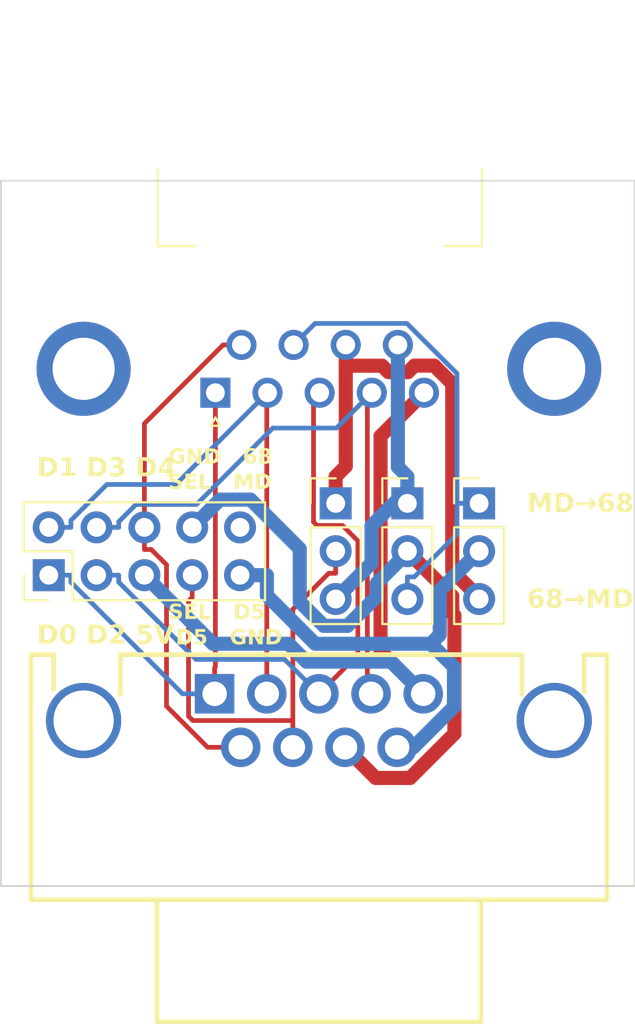
<source format=kicad_pcb>
(kicad_pcb (version 20221018) (generator pcbnew)
  (layers (0 "F.Cu" signal) (31 "B.Cu" signal) (34 "B.Paste" user) (35 "F.Paste" user) (36 "B.SilkS" user "B.Silkscreen") (37 "F.SilkS" user "F.Silkscreen") (38 "B.Mask" user) (39 "F.Mask" user) (44 "Edge.Cuts" user))
  (net 0 "")
  (net 1 "/C1")
  (net 2 "/C2")
  (net 3 "/C3")
  (net 4 "/C4")
  (net 5 "/C5")
  (net 6 "/C6")
  (net 7 "/I7")
  (net 8 "/I8")
  (net 9 "/I9")
  (net 10 "/O7")
  (net 11 "/O8")
  (net 12 "/O9")
  (footprint "Connector_PinHeader_2.54mm:PinHeader_2x05_P2.54mm_Vertical" (layer "F.Cu") (at 75.565 58.42 90)
    (fp_text reference "J3" hide)
    (fp_text value "Monitor")
    (fp_line (start -1.33 -1.33) (end 0 -1.33) (stroke (width 0.12)) (layer "F.SilkS"))
    (fp_line (start -1.33 0) (end -1.33 -1.33) (stroke (width 0.12)) (layer "F.SilkS"))
    (fp_line (start -1.33 1.27) (end -1.33 11.49) (stroke (width 0.12)) (layer "F.SilkS"))
    (fp_line (start -1.33 1.27) (end 1.27 1.27) (stroke (width 0.12)) (layer "F.SilkS"))
    (fp_line (start -1.33 11.49) (end 3.87 11.49) (stroke (width 0.12)) (layer "F.SilkS"))
    (fp_line (start 1.27 -1.33) (end 3.87 -1.33) (stroke (width 0.12)) (layer "F.SilkS"))
    (fp_line (start 1.27 1.27) (end 1.27 -1.33) (stroke (width 0.12)) (layer "F.SilkS"))
    (fp_line (start 3.87 -1.33) (end 3.87 11.49) (stroke (width 0.12)) (layer "F.SilkS"))
    (pad "1" thru_hole rect (at 0 0 90) (size 1.7 1.7) (drill 1) (layers "*.Cu" "*.Mask") (net 1 "/C1"))
    (pad "2" thru_hole oval (at 2.54 0 90) (size 1.7 1.7) (drill 1) (layers "*.Cu" "*.Mask") (net 2 "/C2"))
    (pad "3" thru_hole oval (at 0 2.54 90) (size 1.7 1.7) (drill 1) (layers "*.Cu" "*.Mask") (net 3 "/C3"))
    (pad "4" thru_hole oval (at 2.54 2.54 90) (size 1.7 1.7) (drill 1) (layers "*.Cu" "*.Mask") (net 4 "/C4"))
    (pad "5" thru_hole oval (at 0 5.08 90) (size 1.7 1.7) (drill 1) (layers "*.Cu" "*.Mask") (net 5 "/C5"))
    (pad "6" thru_hole oval (at 2.54 5.08 90) (size 1.7 1.7) (drill 1) (layers "*.Cu" "*.Mask") (net 6 "/C6"))
    (pad "7" thru_hole oval (at 0 7.62 90) (size 1.7 1.7) (drill 1) (layers "*.Cu" "*.Mask") (net 7 "/I7"))
    (pad "8" thru_hole oval (at 2.54 7.62 90) (size 1.7 1.7) (drill 1) (layers "*.Cu" "*.Mask") (net 8 "/I8"))
    (pad "9" thru_hole oval (at 0 10.16 90) (size 1.7 1.7) (drill 1) (layers "*.Cu" "*.Mask") (net 9 "/I9"))
    (pad "10" thru_hole oval (at 2.54 10.16 90) (size 1.7 1.7) (drill 1) (layers "*.Cu" "*.Mask"))
  )
  (footprint "Connector_PinHeader_2.54mm:PinHeader_1x03_P2.54mm_Vertical" (layer "F.Cu") (at 90.805 54.605)
    (fp_text reference "J4" hide)
    (fp_text value "Conn_01x03")
    (fp_line (start -1.33 -1.33) (end 0 -1.33) (stroke (width 0.12)) (layer "F.SilkS"))
    (fp_line (start -1.33 0) (end -1.33 -1.33) (stroke (width 0.12)) (layer "F.SilkS"))
    (fp_line (start -1.33 1.27) (end -1.33 6.41) (stroke (width 0.12)) (layer "F.SilkS"))
    (fp_line (start -1.33 1.27) (end 1.33 1.27) (stroke (width 0.12)) (layer "F.SilkS"))
    (fp_line (start -1.33 6.41) (end 1.33 6.41) (stroke (width 0.12)) (layer "F.SilkS"))
    (fp_line (start 1.33 1.27) (end 1.33 6.41) (stroke (width 0.12)) (layer "F.SilkS"))
    (pad "1" thru_hole rect (at 0 0) (size 1.7 1.7) (drill 1) (layers "*.Cu" "*.Mask") (net 11 "/O8"))
    (pad "2" thru_hole oval (at 0 2.54) (size 1.7 1.7) (drill 1) (layers "*.Cu" "*.Mask") (net 7 "/I7"))
    (pad "3" thru_hole oval (at 0 5.08) (size 1.7 1.7) (drill 1) (layers "*.Cu" "*.Mask") (net 12 "/O9"))
  )
  (footprint "toyoshim:DSUB-9_Female_TE_2301844_1" (layer "F.Cu") (at 84.416 48.7295 180)
    (fp_text reference "J2" hide)
    (fp_text value "Out_Female")
    (fp_line (start -14.15 7.78) (end -12.14 7.78) (stroke (width 0.12)) (layer "F.SilkS"))
    (fp_line (start -14.15 11.88) (end -14.15 7.78) (stroke (width 0.12)) (layer "F.SilkS"))
    (fp_line (start -0.25 -1.754338) (end 0.25 -1.754338) (stroke (width 0.12)) (layer "F.SilkS"))
    (fp_line (start 0 -1.321325) (end -0.25 -1.754338) (stroke (width 0.12)) (layer "F.SilkS"))
    (fp_line (start 0.25 -1.754338) (end 0 -1.321325) (stroke (width 0.12)) (layer "F.SilkS"))
    (fp_line (start 1.06 7.78) (end 3.07 7.78) (stroke (width 0.12)) (layer "F.SilkS"))
    (fp_line (start 3.07 7.78) (end 3.07 11.88) (stroke (width 0.12)) (layer "F.SilkS"))
    (pad "" thru_hole circle (at -18 1.27 180) (size 5 5) (drill 3.3) (layers "*.Cu" "*.Mask"))
    (pad "" thru_hole circle (at 7 1.27 180) (size 5 5) (drill 3.3) (layers "*.Cu" "*.Mask"))
    (pad "1" thru_hole rect (at 0 0 180) (size 1.6 1.6) (drill 1) (layers "*.Cu" "*.Mask") (net 1 "/C1"))
    (pad "2" thru_hole circle (at -2.77 0 180) (size 1.6 1.6) (drill 1) (layers "*.Cu" "*.Mask") (net 2 "/C2"))
    (pad "3" thru_hole circle (at -5.54 0 180) (size 1.6 1.6) (drill 1) (layers "*.Cu" "*.Mask") (net 3 "/C3"))
    (pad "4" thru_hole circle (at -8.31 0 180) (size 1.6 1.6) (drill 1) (layers "*.Cu" "*.Mask") (net 4 "/C4"))
    (pad "5" thru_hole circle (at -11.08 0 180) (size 1.6 1.6) (drill 1) (layers "*.Cu" "*.Mask") (net 5 "/C5"))
    (pad "6" thru_hole circle (at -1.385 2.54 180) (size 1.6 1.6) (drill 1) (layers "*.Cu" "*.Mask") (net 6 "/C6"))
    (pad "7" thru_hole circle (at -4.155 2.54 180) (size 1.6 1.6) (drill 1) (layers "*.Cu" "*.Mask") (net 10 "/O7"))
    (pad "8" thru_hole circle (at -6.925 2.54 180) (size 1.6 1.6) (drill 1) (layers "*.Cu" "*.Mask") (net 11 "/O8"))
    (pad "9" thru_hole circle (at -9.695 2.54 180) (size 1.6 1.6) (drill 1) (layers "*.Cu" "*.Mask") (net 12 "/O9"))
  )
  (footprint "toyoshim:DSUB-9P-Male-FOXCONN_DT10121" (layer "F.Cu") (at 89.916 66.14)
    (fp_text reference "J1" hide)
    (fp_text value "In_Male" hide)
    (fp_line (start -15.3 -3.5) (end -14.097 -3.5) (stroke (width 0.254)) (layer "F.SilkS"))
    (fp_line (start -15.3 9.52) (end -15.3 -3.5) (stroke (width 0.254)) (layer "F.SilkS"))
    (fp_line (start -14.097 -3.5) (end -14.097 -1.651) (stroke (width 0.254)) (layer "F.SilkS"))
    (fp_line (start -10.541 -3.5) (end 10.795 -3.5) (stroke (width 0.254)) (layer "F.SilkS"))
    (fp_line (start -10.541 -1.397) (end -10.541 -3.5) (stroke (width 0.254)) (layer "F.SilkS"))
    (fp_line (start -8.6 16) (end -8.6 9.695) (stroke (width 0.254)) (layer "F.SilkS"))
    (fp_line (start 8.6 16) (end -8.6 16) (stroke (width 0.254)) (layer "F.SilkS"))
    (fp_line (start 8.6 16) (end 8.6 9.52) (stroke (width 0.254)) (layer "F.SilkS"))
    (fp_line (start 10.795 -3.5) (end 10.795 -1.397) (stroke (width 0.254)) (layer "F.SilkS"))
    (fp_line (start 14.097 -3.5) (end 14.097 -1.524) (stroke (width 0.254)) (layer "F.SilkS"))
    (fp_line (start 15.3 -3.5) (end 14.097 -3.5) (stroke (width 0.254)) (layer "F.SilkS"))
    (fp_line (start 15.3 9.52) (end -15.3 9.52) (stroke (width 0.254)) (layer "F.SilkS"))
    (fp_line (start 15.3 9.52) (end 15.3 -3.5) (stroke (width 0.254)) (layer "F.SilkS"))
    (pad "1" thru_hole rect (at -5.54 -1.42 180) (size 2.1 2.1) (drill 1.3) (layers "*.Cu" "*.Paste" "*.Mask") (net 1 "/C1"))
    (pad "2" thru_hole circle (at -2.77 -1.42 180) (size 2.1 2.1) (drill 1.3) (layers "*.Cu" "*.Paste" "*.Mask") (net 2 "/C2"))
    (pad "3" thru_hole circle (at 0 -1.42 180) (size 2.1 2.1) (drill 1.3) (layers "*.Cu" "*.Paste" "*.Mask") (net 3 "/C3"))
    (pad "4" thru_hole circle (at 2.77 -1.42 180) (size 2.1 2.1) (drill 1.3) (layers "*.Cu" "*.Paste" "*.Mask") (net 4 "/C4"))
    (pad "5" thru_hole circle (at 5.54 -1.42 180) (size 2.1 2.1) (drill 1.3) (layers "*.Cu" "*.Paste" "*.Mask") (net 5 "/C5"))
    (pad "6" thru_hole circle (at -4.155 1.42 180) (size 2.1 2.1) (drill 1.3) (layers "*.Cu" "*.Paste" "*.Mask") (net 6 "/C6"))
    (pad "7" thru_hole circle (at -1.385 1.42 180) (size 2.1 2.1) (drill 1.3) (layers "*.Cu" "*.Paste" "*.Mask") (net 7 "/I7"))
    (pad "8" thru_hole circle (at 1.385 1.42 180) (size 2.1 2.1) (drill 1.3) (layers "*.Cu" "*.Paste" "*.Mask") (net 8 "/I8"))
    (pad "9" thru_hole circle (at 4.155 1.42 180) (size 2.1 2.1) (drill 1.3) (layers "*.Cu" "*.Paste" "*.Mask") (net 9 "/I9"))
    (pad "10" thru_hole circle (at 12.5 0) (size 4 4) (drill 3.2) (layers "*.Cu" "*.Paste" "*.Mask"))
    (pad "11" thru_hole circle (at -12.5 0) (size 4 4) (drill 3.2) (layers "*.Cu" "*.Paste" "*.Mask"))
  )
  (footprint "Connector_PinHeader_2.54mm:PinHeader_1x03_P2.54mm_Vertical" (layer "F.Cu") (at 94.615 54.605)
    (fp_text reference "J5" hide)
    (fp_text value "Conn_01x03")
    (fp_line (start -1.33 -1.33) (end 0 -1.33) (stroke (width 0.12)) (layer "F.SilkS"))
    (fp_line (start -1.33 0) (end -1.33 -1.33) (stroke (width 0.12)) (layer "F.SilkS"))
    (fp_line (start -1.33 1.27) (end -1.33 6.41) (stroke (width 0.12)) (layer "F.SilkS"))
    (fp_line (start -1.33 1.27) (end 1.33 1.27) (stroke (width 0.12)) (layer "F.SilkS"))
    (fp_line (start -1.33 6.41) (end 1.33 6.41) (stroke (width 0.12)) (layer "F.SilkS"))
    (fp_line (start 1.33 1.27) (end 1.33 6.41) (stroke (width 0.12)) (layer "F.SilkS"))
    (pad "1" thru_hole rect (at 0 0) (size 1.7 1.7) (drill 1) (layers "*.Cu" "*.Mask") (net 12 "/O9"))
    (pad "2" thru_hole oval (at 0 2.54) (size 1.7 1.7) (drill 1) (layers "*.Cu" "*.Mask") (net 8 "/I8"))
    (pad "3" thru_hole oval (at 0 5.08) (size 1.7 1.7) (drill 1) (layers "*.Cu" "*.Mask") (net 10 "/O7"))
  )
  (footprint "Connector_PinHeader_2.54mm:PinHeader_1x03_P2.54mm_Vertical" (layer "F.Cu") (at 98.425 54.605)
    (fp_text reference "J6" hide)
    (fp_text value "Conn_01x03")
    (fp_line (start -1.33 -1.33) (end 0 -1.33) (stroke (width 0.12)) (layer "F.SilkS"))
    (fp_line (start -1.33 0) (end -1.33 -1.33) (stroke (width 0.12)) (layer "F.SilkS"))
    (fp_line (start -1.33 1.27) (end -1.33 6.41) (stroke (width 0.12)) (layer "F.SilkS"))
    (fp_line (start -1.33 1.27) (end 1.33 1.27) (stroke (width 0.12)) (layer "F.SilkS"))
    (fp_line (start -1.33 6.41) (end 1.33 6.41) (stroke (width 0.12)) (layer "F.SilkS"))
    (fp_line (start 1.33 1.27) (end 1.33 6.41) (stroke (width 0.12)) (layer "F.SilkS"))
    (pad "1" thru_hole rect (at 0 0) (size 1.7 1.7) (drill 1) (layers "*.Cu" "*.Mask") (net 10 "/O7"))
    (pad "2" thru_hole oval (at 0 2.54) (size 1.7 1.7) (drill 1) (layers "*.Cu" "*.Mask") (net 9 "/I9"))
    (pad "3" thru_hole oval (at 0 5.08) (size 1.7 1.7) (drill 1) (layers "*.Cu" "*.Mask") (net 11 "/O8"))
  )
  (gr_line (start 106.68 37.465) (end 106.68 74.93) (stroke (width 0.1)) (layer "Edge.Cuts"))
  (gr_line (start 106.68 74.93) (end 73.025 74.93) (stroke (width 0.1)) (layer "Edge.Cuts"))
  (gr_line (start 73.025 37.465) (end 106.68 37.465) (stroke (width 0.1)) (layer "Edge.Cuts"))
  (gr_line (start 73.025 74.93) (end 73.025 37.465) (stroke (width 0.1)) (layer "Edge.Cuts"))
  (gr_text "GND   68\nSEL   MD" (at 81.915 53.975) (layer "F.SilkS") (effects (font (size 0.8 0.8) (thickness 0.125)) (justify left bottom)))
  (gr_text "D1 D3 D4" (at 74.93 53.34) (layer "F.SilkS") (effects (font (size 1 1) (thickness 0.25) bold) (justify left bottom)))
  (gr_text "D0 D2 5V" (at 74.93 62.23) (layer "F.SilkS") (effects (font (size 1 1) (thickness 0.25) bold) (justify left bottom)))
  (gr_text "MD→68" (at 100.965 55.24) (layer "F.SilkS") (effects (font (size 1 1) (thickness 0.25) bold) (justify left bottom)))
  (gr_text "SEL   D5\n D5   GND" (at 81.915 62.23) (layer "F.SilkS") (effects (font (size 0.8 0.8) (thickness 0.125)) (justify left bottom)))
  (gr_text "68→MD" (at 100.965 60.32) (layer "F.SilkS") (effects (font (size 1 1) (thickness 0.25) bold) (justify left bottom)))
  (segment (start 84.376 64.72) (end 84.376 63.3447) (width 0.25) (layer "F.Cu") (net 1))
  (segment (start 84.416 63.3047) (end 84.376 63.3447) (width 0.25) (layer "F.Cu") (net 1))
  (segment (start 84.416 48.7295) (end 84.416 63.3047) (width 0.25) (layer "F.Cu") (net 1))
  (segment (start 75.565 58.42) (end 76.7403 58.42) (width 0.25) (layer "B.Cu") (net 1))
  (segment (start 84.376 64.72) (end 82.673 64.72) (width 0.25) (layer "B.Cu") (net 1))
  (segment (start 82.673 64.72) (end 76.7403 58.7873) (width 0.25) (layer "B.Cu") (net 1))
  (segment (start 76.7403 58.7873) (end 76.7403 58.42) (width 0.25) (layer "B.Cu") (net 1))
  (segment (start 87.146 48.7695) (end 87.186 48.7295) (width 0.25) (layer "F.Cu") (net 2))
  (segment (start 87.146 64.72) (end 87.146 48.7695) (width 0.25) (layer "F.Cu") (net 2))
  (segment (start 87.186 48.7295) (end 82.3131 53.6024) (width 0.25) (layer "B.Cu") (net 2))
  (segment (start 76.7403 55.5127) (end 76.7403 55.88) (width 0.25) (layer "B.Cu") (net 2))
  (segment (start 75.565 55.88) (end 76.7403 55.88) (width 0.25) (layer "B.Cu") (net 2))
  (segment (start 82.3131 53.6024) (end 78.6506 53.6024) (width 0.25) (layer "B.Cu") (net 2))
  (segment (start 78.6506 53.6024) (end 76.7403 55.5127) (width 0.25) (layer "B.Cu") (net 2))
  (segment (start 91.9843 62.6517) (end 91.9843 56.5973) (width 0.25) (layer "F.Cu") (net 3))
  (segment (start 89.8158 55.7804) (end 89.6295 55.5941) (width 0.25) (layer "F.Cu") (net 3))
  (segment (start 89.6295 55.5941) (end 89.6295 49.056) (width 0.25) (layer "F.Cu") (net 3))
  (segment (start 91.1674 55.7804) (end 89.8158 55.7804) (width 0.25) (layer "F.Cu") (net 3))
  (segment (start 89.916 64.72) (end 91.9843 62.6517) (width 0.25) (layer "F.Cu") (net 3))
  (segment (start 89.6295 49.056) (end 89.956 48.7295) (width 0.25) (layer "F.Cu") (net 3))
  (segment (start 91.9843 56.5973) (end 91.1674 55.7804) (width 0.25) (layer "F.Cu") (net 3))
  (segment (start 79.2803 58.42) (end 79.2803 58.7873) (width 0.25) (layer "B.Cu") (net 3))
  (segment (start 83.3872 62.8942) (end 88.0902 62.8942) (width 0.25) (layer "B.Cu") (net 3))
  (segment (start 79.2803 58.7873) (end 83.3872 62.8942) (width 0.25) (layer "B.Cu") (net 3))
  (segment (start 88.0902 62.8942) (end 89.916 64.72) (width 0.25) (layer "B.Cu") (net 3))
  (segment (start 78.105 58.42) (end 79.2803 58.42) (width 0.25) (layer "B.Cu") (net 3))
  (segment (start 92.4892 64.5232) (end 92.4892 48.9663) (width 0.25) (layer "F.Cu") (net 4))
  (segment (start 92.686 64.72) (end 92.4892 64.5232) (width 0.25) (layer "F.Cu") (net 4))
  (segment (start 92.4892 48.9663) (end 92.726 48.7295) (width 0.25) (layer "F.Cu") (net 4))
  (segment (start 87.4698 50.6047) (end 83.4102 54.6643) (width 0.25) (layer "B.Cu") (net 4))
  (segment (start 90.8508 50.6047) (end 87.4698 50.6047) (width 0.25) (layer "B.Cu") (net 4))
  (segment (start 92.726 48.7295) (end 90.8508 50.6047) (width 0.25) (layer "B.Cu") (net 4))
  (segment (start 79.2803 55.5824) (end 79.2803 55.88) (width 0.25) (layer "B.Cu") (net 4))
  (segment (start 78.105 55.88) (end 79.2803 55.88) (width 0.25) (layer "B.Cu") (net 4))
  (segment (start 80.1984 54.6643) (end 79.2803 55.5824) (width 0.25) (layer "B.Cu") (net 4))
  (segment (start 83.4102 54.6643) (end 80.1984 54.6643) (width 0.25) (layer "B.Cu") (net 4))
  (segment (start 95.456 64.72) (end 93.1896 62.4536) (width 0.75) (layer "F.Cu") (net 5))
  (segment (start 93.1896 62.4536) (end 93.1896 51.0359) (width 0.75) (layer "F.Cu") (net 5))
  (segment (start 93.1896 51.0359) (end 95.496 48.7295) (width 0.75) (layer "F.Cu") (net 5))
  (segment (start 93.7469 63.0109) (end 95.456 64.72) (width 0.75) (layer "B.Cu") (net 5))
  (segment (start 80.645 58.42) (end 84.2856 62.0606) (width 0.75) (layer "B.Cu") (net 5))
  (segment (start 84.2856 62.0606) (end 88.3004 62.0606) (width 0.75) (layer "B.Cu") (net 5))
  (segment (start 89.2507 63.0109) (end 93.7469 63.0109) (width 0.75) (layer "B.Cu") (net 5))
  (segment (start 88.3004 62.0606) (end 89.2507 63.0109) (width 0.75) (layer "B.Cu") (net 5))
  (segment (start 85.801 46.1895) (end 84.8263 46.1895) (width 0.25) (layer "F.Cu") (net 6))
  (segment (start 80.645 57.0553) (end 81.0124 57.0553) (width 0.25) (layer "F.Cu") (net 6))
  (segment (start 81.8203 65.3776) (end 84.0027 67.56) (width 0.25) (layer "F.Cu") (net 6))
  (segment (start 84.0027 67.56) (end 85.761 67.56) (width 0.25) (layer "F.Cu") (net 6))
  (segment (start 80.645 50.3708) (end 80.645 55.88) (width 0.25) (layer "F.Cu") (net 6))
  (segment (start 84.8263 46.1895) (end 80.645 50.3708) (width 0.25) (layer "F.Cu") (net 6))
  (segment (start 81.0124 57.0553) (end 81.8203 57.8632) (width 0.25) (layer "F.Cu") (net 6))
  (segment (start 80.645 55.88) (end 80.645 57.0553) (width 0.25) (layer "F.Cu") (net 6))
  (segment (start 81.8203 57.8632) (end 81.8203 65.3776) (width 0.25) (layer "F.Cu") (net 6))
  (segment (start 88.531 67.56) (end 88.531 66.14) (width 0.25) (layer "F.Cu") (net 7))
  (segment (start 83.185 58.42) (end 83.185 59.5953) (width 0.25) (layer "F.Cu") (net 7))
  (segment (start 82.99 59.7903) (end 83.185 59.5953) (width 0.25) (layer "F.Cu") (net 7))
  (segment (start 83.2196 66.14) (end 82.99 65.9104) (width 0.25) (layer "F.Cu") (net 7))
  (segment (start 90.4377 58.3203) (end 90.805 58.3203) (width 0.25) (layer "F.Cu") (net 7))
  (segment (start 82.99 65.9104) (end 82.99 59.7903) (width 0.25) (layer "F.Cu") (net 7))
  (segment (start 88.531 60.227) (end 90.4377 58.3203) (width 0.25) (layer "F.Cu") (net 7))
  (segment (start 88.531 66.14) (end 88.531 60.227) (width 0.25) (layer "F.Cu") (net 7))
  (segment (start 90.805 57.145) (end 90.805 58.3203) (width 0.25) (layer "F.Cu") (net 7))
  (segment (start 88.531 66.14) (end 83.2196 66.14) (width 0.25) (layer "F.Cu") (net 7))
  (segment (start 94.7644 69.1881) (end 97.114 66.8385) (width 0.75) (layer "F.Cu") (net 8))
  (segment (start 96.9996 59.5296) (end 94.615 57.145) (width 0.75) (layer "F.Cu") (net 8))
  (segment (start 91.301 67.56) (end 92.9291 69.1881) (width 0.75) (layer "F.Cu") (net 8))
  (segment (start 97.114 66.8385) (end 97.114 60.5596) (width 0.75) (layer "F.Cu") (net 8))
  (segment (start 96.9996 60.4452) (end 96.9996 59.5296) (width 0.75) (layer "F.Cu") (net 8))
  (segment (start 92.9291 69.1881) (end 94.7644 69.1881) (width 0.75) (layer "F.Cu") (net 8))
  (segment (start 97.114 60.5596) (end 96.9996 60.4452) (width 0.75) (layer "F.Cu") (net 8))
  (segment (start 90.1766 61.1103) (end 88.8961 59.8298) (width 0.75) (layer "B.Cu") (net 8))
  (segment (start 92.9931 58.841) (end 92.9931 59.5503) (width 0.75) (layer "B.Cu") (net 8))
  (segment (start 84.6591 54.4059) (end 83.185 55.88) (width 0.75) (layer "B.Cu") (net 8))
  (segment (start 92.9931 59.5503) (end 91.4331 61.1103) (width 0.75) (layer "B.Cu") (net 8))
  (segment (start 94.615 57.2191) (end 92.9931 58.841) (width 0.75) (layer "B.Cu") (net 8))
  (segment (start 86.2823 54.4059) (end 84.6591 54.4059) (width 0.75) (layer "B.Cu") (net 8))
  (segment (start 88.8961 59.8298) (end 88.8961 57.0197) (width 0.75) (layer "B.Cu") (net 8))
  (segment (start 91.4331 61.1103) (end 90.1766 61.1103) (width 0.75) (layer "B.Cu") (net 8))
  (segment (start 88.8961 57.0197) (end 86.2823 54.4059) (width 0.75) (layer "B.Cu") (net 8))
  (segment (start 94.615 57.145) (end 94.615 57.2191) (width 0.75) (layer "B.Cu") (net 8))
  (segment (start 85.725 58.42) (end 87.1503 58.42) (width 0.75) (layer "B.Cu") (net 9))
  (segment (start 97.0898 63.2917) (end 97.0898 65.4083) (width 0.75) (layer "B.Cu") (net 9))
  (segment (start 87.1503 59.4949) (end 87.1503 58.42) (width 0.75) (layer "B.Cu") (net 9))
  (segment (start 96.3339 59.2361) (end 96.3339 61.5854) (width 0.75) (layer "B.Cu") (net 9))
  (segment (start 89.716 62.0606) (end 87.1503 59.4949) (width 0.75) (layer "B.Cu") (net 9))
  (segment (start 95.8587 62.0606) (end 89.716 62.0606) (width 0.75) (layer "B.Cu") (net 9))
  (segment (start 97.0898 65.4083) (end 94.9381 67.56) (width 0.75) (layer "B.Cu") (net 9))
  (segment (start 96.3339 61.5854) (end 95.8587 62.0606) (width 0.75) (layer "B.Cu") (net 9))
  (segment (start 94.9381 67.56) (end 94.071 67.56) (width 0.75) (layer "B.Cu") (net 9))
  (segment (start 98.425 57.145) (end 96.3339 59.2361) (width 0.75) (layer "B.Cu") (net 9))
  (segment (start 95.8587 62.0606) (end 97.0898 63.2917) (width 0.75) (layer "B.Cu") (net 9))
  (segment (start 88.571 46.1895) (end 89.7101 45.0504) (width 0.25) (layer "B.Cu") (net 10))
  (segment (start 97.2497 47.708) (end 97.2497 54.605) (width 0.25) (layer "B.Cu") (net 10))
  (segment (start 94.615 59.685) (end 94.615 58.5097) (width 0.25) (layer "B.Cu") (net 10))
  (segment (start 98.425 54.605) (end 97.2497 54.605) (width 0.25) (layer "B.Cu") (net 10))
  (segment (start 94.5921 45.0504) (end 97.2497 47.708) (width 0.25) (layer "B.Cu") (net 10))
  (segment (start 94.9823 58.5097) (end 94.615 58.5097) (width 0.25) (layer "B.Cu") (net 10))
  (segment (start 97.2497 54.605) (end 97.2497 56.2423) (width 0.25) (layer "B.Cu") (net 10))
  (segment (start 89.7101 45.0504) (end 94.5921 45.0504) (width 0.25) (layer "B.Cu") (net 10))
  (segment (start 97.2497 56.2423) (end 94.9823 58.5097) (width 0.25) (layer "B.Cu") (net 10))
  (segment (start 90.805 54.605) (end 90.805 53.1797) (width 0.75) (layer "F.Cu") (net 11))
  (segment (start 96.0378 47.2872) (end 94.9932 47.2872) (width 0.75) (layer "F.Cu") (net 11))
  (segment (start 91.341 46.1895) (end 91.341 47.2921) (width 0.75) (layer "F.Cu") (net 11))
  (segment (start 94.6486 47.6318) (end 93.6082 47.6318) (width 0.75) (layer "F.Cu") (net 11))
  (segment (start 98.425 59.685) (end 98.425 59.6109) (width 0.75) (layer "F.Cu") (net 11))
  (segment (start 98.425 59.6109) (end 96.9997 58.1856) (width 0.75) (layer "F.Cu") (net 11))
  (segment (start 91.341 52.6437) (end 90.805 53.1797) (width 0.75) (layer "F.Cu") (net 11))
  (segment (start 93.6082 47.6318) (end 93.2685 47.2921) (width 0.75) (layer "F.Cu") (net 11))
  (segment (start 96.9997 58.1856) (end 96.9997 48.2491) (width 0.75) (layer "F.Cu") (net 11))
  (segment (start 93.2685 47.2921) (end 91.341 47.2921) (width 0.75) (layer "F.Cu") (net 11))
  (segment (start 94.9932 47.2872) (end 94.6486 47.6318) (width 0.75) (layer "F.Cu") (net 11))
  (segment (start 91.341 47.2921) (end 91.341 52.6437) (width 0.75) (layer "F.Cu") (net 11))
  (segment (start 96.9997 48.2491) (end 96.0378 47.2872) (width 0.75) (layer "F.Cu") (net 11))
  (segment (start 94.615 53.8923) (end 92.71 55.7973) (width 0.75) (layer "B.Cu") (net 12))
  (segment (start 94.615 53.8923) (end 94.615 53.1797) (width 0.75) (layer "B.Cu") (net 12))
  (segment (start 94.615 54.605) (end 94.615 53.8923) (width 0.75) (layer "B.Cu") (net 12))
  (segment (start 94.111 52.6757) (end 94.615 53.1797) (width 0.75) (layer "B.Cu") (net 12))
  (segment (start 92.71 55.7973) (end 92.71 57.78) (width 0.75) (layer "B.Cu") (net 12))
  (segment (start 92.71 57.78) (end 90.805 59.685) (width 0.75) (layer "B.Cu") (net 12))
  (segment (start 94.111 46.1895) (end 94.111 52.6757) (width 0.75) (layer "B.Cu") (net 12))
)
</source>
